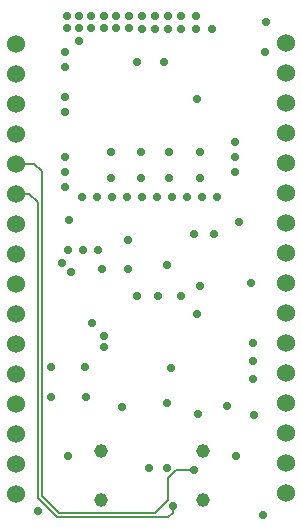
<source format=gbr>
G04 EAGLE Gerber RS-274X export*
G75*
%MOMM*%
%FSLAX34Y34*%
%LPD*%
%INCopper Layer 15*%
%IPPOS*%
%AMOC8*
5,1,8,0,0,1.08239X$1,22.5*%
G01*
%ADD10C,1.524000*%
%ADD11C,1.158000*%
%ADD12C,0.706400*%
%ADD13C,0.200000*%


D10*
X14290Y33539D03*
X14290Y58939D03*
X14290Y84339D03*
X14290Y109739D03*
X14290Y135139D03*
X14290Y160539D03*
X14290Y185939D03*
X14290Y211339D03*
X14290Y236739D03*
X14290Y262139D03*
X14290Y287539D03*
X14290Y312939D03*
X14290Y338339D03*
X14290Y363739D03*
X14290Y389139D03*
X14290Y414539D03*
X242570Y34330D03*
X242570Y59730D03*
X242570Y85130D03*
X242570Y110530D03*
X242570Y135930D03*
X242570Y161330D03*
X242570Y186730D03*
X242570Y212130D03*
X242570Y237530D03*
X242570Y262930D03*
X242570Y288330D03*
X242570Y313730D03*
X242570Y339130D03*
X242570Y364530D03*
X242570Y389930D03*
X242570Y415330D03*
D11*
X86340Y69740D03*
X172740Y69740D03*
X86340Y27940D03*
X172740Y27940D03*
D12*
X57150Y437515D03*
X67310Y437515D03*
X77470Y437515D03*
X88265Y437515D03*
X99060Y437515D03*
X109855Y437515D03*
X120650Y437515D03*
X131445Y437515D03*
X142875Y437515D03*
X153670Y437515D03*
X166370Y437515D03*
X43815Y140970D03*
X43815Y114935D03*
X116205Y200660D03*
X133985Y200660D03*
X153670Y200660D03*
X165100Y253365D03*
X181610Y253365D03*
X94615Y300355D03*
X94615Y322580D03*
X120015Y322580D03*
X143510Y322580D03*
X170180Y322580D03*
X120015Y300355D03*
X143510Y300355D03*
X170180Y300355D03*
X72390Y140970D03*
X73025Y114935D03*
X86995Y223520D03*
X109220Y248285D03*
X109220Y223520D03*
X214630Y160655D03*
X214630Y145415D03*
X214630Y130175D03*
X88265Y427355D03*
X77470Y427355D03*
X67310Y427990D03*
X57150Y427990D03*
X99060Y427355D03*
X109855Y427355D03*
X120650Y426720D03*
X131445Y426720D03*
X142875Y426720D03*
X153670Y426720D03*
X166370Y426720D03*
X179705Y426720D03*
X59055Y264795D03*
X202565Y263525D03*
X67310Y416560D03*
X139700Y398780D03*
X116205Y398780D03*
X200025Y65405D03*
X215265Y100330D03*
X57785Y65405D03*
X142240Y226695D03*
X212725Y212090D03*
X170180Y208915D03*
X141605Y110490D03*
X168275Y100965D03*
X145415Y139700D03*
X167005Y185420D03*
X127000Y55245D03*
X142240Y55245D03*
X104140Y106680D03*
X60960Y220980D03*
X224790Y407670D03*
X78105Y177800D03*
X226060Y433070D03*
X193040Y107950D03*
X167005Y367665D03*
X199390Y331470D03*
X199390Y318770D03*
X199390Y306070D03*
X88265Y157480D03*
X55880Y407035D03*
X88265Y167005D03*
X55880Y394335D03*
X164465Y53340D03*
D13*
X29326Y312939D02*
X14290Y312939D01*
X142875Y27654D02*
X132080Y16859D01*
X149860Y53340D02*
X164465Y53340D01*
X35909Y306356D02*
X29326Y312939D01*
X35909Y306356D02*
X35909Y31305D01*
X50355Y16859D01*
X132080Y16859D01*
X142875Y27654D02*
X142875Y46355D01*
X149860Y53340D01*
D12*
X55880Y368935D03*
X146685Y22860D03*
D13*
X146685Y17145D01*
X142875Y13335D01*
X48895Y13335D01*
X32385Y29845D02*
X32385Y280035D01*
X24881Y287539D01*
X14290Y287539D01*
X32385Y29845D02*
X48895Y13335D01*
D12*
X55880Y356235D03*
X33020Y19050D03*
X223520Y15240D03*
X55880Y318135D03*
X55880Y306070D03*
X55880Y293370D03*
X69850Y284480D03*
X82550Y284480D03*
X95250Y284480D03*
X158750Y284480D03*
X171450Y284480D03*
X184150Y284480D03*
X53340Y228600D03*
X107950Y284480D03*
X57785Y240030D03*
X120650Y284480D03*
X133350Y284480D03*
X70485Y240030D03*
X146050Y284480D03*
X83185Y240030D03*
M02*

</source>
